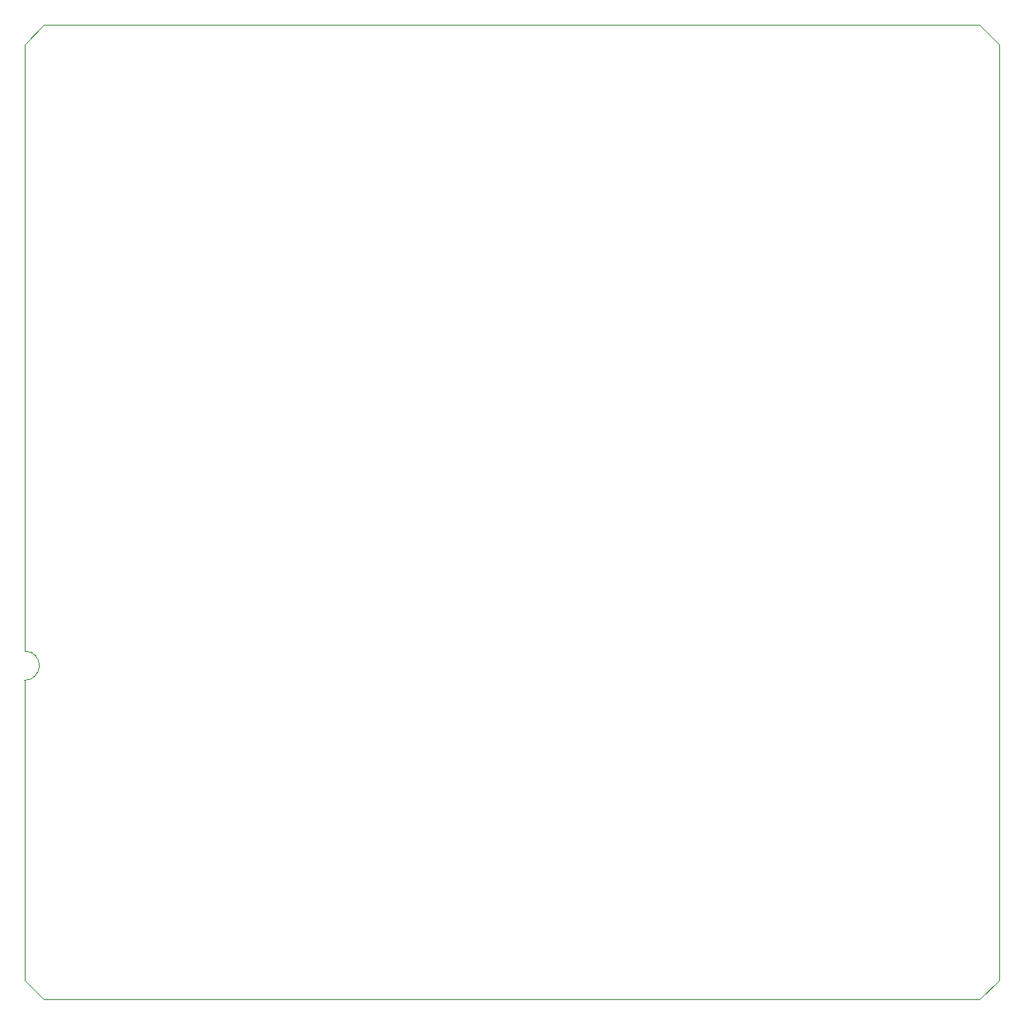
<source format=gbr>
G04 #@! TF.GenerationSoftware,KiCad,Pcbnew,(5.1.0)-1*
G04 #@! TF.CreationDate,2020-01-07T21:36:02+05:30*
G04 #@! TF.ProjectId,BLDC_STM32_proto_1,424c4443-5f53-4544-9d33-325f70726f74,rev?*
G04 #@! TF.SameCoordinates,Original*
G04 #@! TF.FileFunction,Profile,NP*
%FSLAX46Y46*%
G04 Gerber Fmt 4.6, Leading zero omitted, Abs format (unit mm)*
G04 Created by KiCad (PCBNEW (5.1.0)-1) date 2020-01-07 21:36:02*
%MOMM*%
%LPD*%
G04 APERTURE LIST*
%ADD10C,0.050000*%
G04 APERTURE END LIST*
D10*
X70320000Y-118800000D02*
X70320000Y-149550000D01*
X70320000Y-115800000D02*
X70320000Y-53550000D01*
X70320000Y-115800000D02*
G75*
G02X70320000Y-118800000I0J-1500000D01*
G01*
X168320000Y-151550000D02*
X72320000Y-151550000D01*
X170320000Y-53550000D02*
X170320000Y-149550000D01*
X72320000Y-51550000D02*
X168320000Y-51550000D01*
X70320000Y-149550000D02*
X72320000Y-151550000D01*
X170320000Y-149550000D02*
X168320000Y-151550000D01*
X168320000Y-51550000D02*
X170320000Y-53550000D01*
X70320000Y-53550000D02*
X72320000Y-51550000D01*
M02*

</source>
